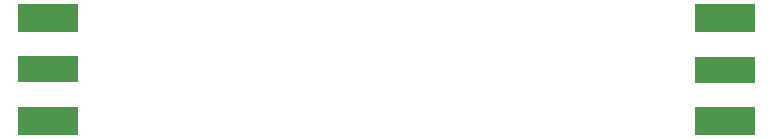
<source format=gbr>
%TF.GenerationSoftware,Altium Limited,Altium Designer,24.6.1 (21)*%
G04 Layer_Color=8388736*
%FSLAX45Y45*%
%MOMM*%
%TF.SameCoordinates,938BD6B4-B4CB-411F-8767-7B88C634C079*%
%TF.FilePolarity,Negative*%
%TF.FileFunction,Soldermask,Top*%
%TF.Part,Single*%
G01*
G75*
%TA.AperFunction,ConnectorPad*%
%ADD10R,5.08000X2.28600*%
%ADD11R,5.08000X2.41300*%
%TA.AperFunction,ViaPad*%
%ADD25C,2.00320*%
D10*
X2802660Y4627500D02*
D03*
X8534840Y4625000D02*
D03*
D11*
X2802660Y5065650D02*
D03*
Y4189350D02*
D03*
X8534840Y4186850D02*
D03*
Y5063150D02*
D03*
D25*
X8675000Y4185000D02*
D03*
X8397500Y4190000D02*
D03*
X8402500Y5070000D02*
D03*
X8670000D02*
D03*
X2950000Y5075000D02*
D03*
X2670000D02*
D03*
X2942500Y4197500D02*
D03*
X2667500Y4195000D02*
D03*
%TF.MD5,72a05bfe6d50b4756043320ab194bf8d*%
M02*

</source>
